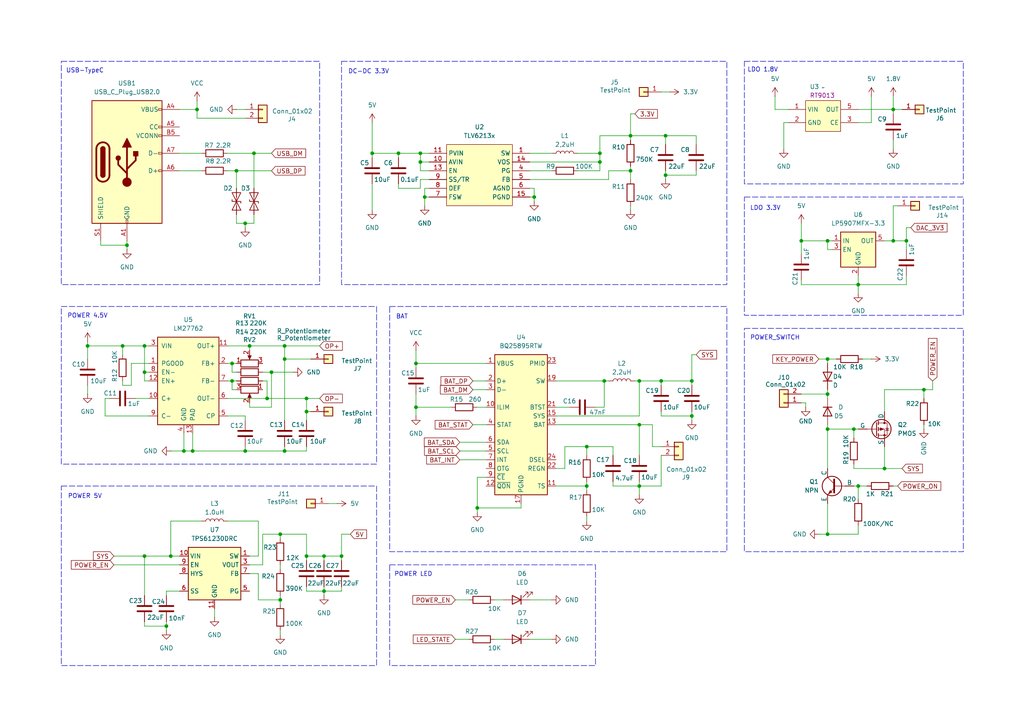
<source format=kicad_sch>
(kicad_sch (version 20250114) (generator "eeschema") (generator_version "9.0")
  (paper "A4")
  (rectangle (start 215.9 17.78) (end 279.4 53.34) (stroke (width 0) (type dash)))
  (rectangle (start 113.03 163.83) (end 172.72 193.04) (stroke (width 0) (type dash)))
  (rectangle (start 215.9 95.25) (end 279.4 160.02) (stroke (width 0) (type dash)))
  (rectangle (start 215.9 57.15) (end 279.4 91.44) (stroke (width 0) (type dash)))
  (rectangle (start 17.78 88.9) (end 109.22 134.62) (stroke (width 0) (type dash)))
  (rectangle (start 113.03 88.9) (end 210.82 160.02) (stroke (width 0) (type dash)))
  (rectangle (start 17.78 140.97) (end 109.22 193.04) (stroke (width 0) (type dash)))
  (rectangle (start 99.06 17.78) (end 210.82 82.55) (stroke (width 0) (type dash)))
  (rectangle (start 17.78 17.78) (end 92.71 82.55) (stroke (width 0) (type dash)))
  (text "POWER LED" (at 119.888 166.624 0) (effects (font (size 1.27 1.27))))
  (text "BAT" (at 116.586 91.948 0) (effects (font (size 1.27 1.27))))
  (text "LDO 3.3V" (at 221.996 60.452 0) (effects (font (size 1.27 1.27))))
  (text "POWER_SWITCH" (at 224.79 98.044 0) (effects (font (size 1.27 1.27))))
  (text "LDO 1.8V" (at 221.234 20.32 0) (effects (font (size 1.27 1.27))))
  (text "DC-DC 3.3V" (at 106.934 20.828 0) (effects (font (size 1.27 1.27))))
  (text "POWER 4.5V" (at 25.4 91.694 0) (effects (font (size 1.27 1.27))))
  (text "USB-TypeC" (at 24.638 20.574 0) (effects (font (size 1.27 1.27))))
  (text "POWER 5V" (at 24.638 144.018 0) (effects (font (size 1.27 1.27))))
  (junction (at 154.94 57.15))
  (junction (at 185.42 123.19))
  (junction (at 247.65 124.46))
  (junction (at 170.18 140.97))
  (junction (at 259.08 31.75))
  (junction (at 248.92 140.97))
  (junction (at 88.9 161.29))
  (junction (at 78.74 107.95))
  (junction (at 71.12 64.77))
  (junction (at 182.88 49.53))
  (junction (at 88.9 115.57))
  (junction (at 173.99 44.45))
  (junction (at 55.88 130.81))
  (junction (at 240.03 104.14))
  (junction (at 115.57 44.45))
  (junction (at 67.31 105.41))
  (junction (at 262.89 69.85))
  (junction (at 81.28 173.99))
  (junction (at 173.99 46.99))
  (junction (at 93.98 161.29))
  (junction (at 259.08 69.85))
  (junction (at 193.04 50.8))
  (junction (at 107.95 44.45))
  (junction (at 68.58 49.53))
  (junction (at 232.41 69.85))
  (junction (at 240.03 114.3))
  (junction (at 175.26 110.49))
  (junction (at 120.65 118.11))
  (junction (at 36.83 71.12))
  (junction (at 93.98 171.45))
  (junction (at 48.26 181.61))
  (junction (at 82.55 130.81))
  (junction (at 121.92 44.45))
  (junction (at 77.47 115.57))
  (junction (at 25.4 100.33))
  (junction (at 99.06 161.29))
  (junction (at 248.92 82.55))
  (junction (at 35.56 100.33))
  (junction (at 82.55 104.14))
  (junction (at 53.34 130.81))
  (junction (at 41.91 100.33))
  (junction (at 185.42 140.97))
  (junction (at 123.19 57.15))
  (junction (at 240.03 154.94))
  (junction (at 49.53 161.29))
  (junction (at 240.03 124.46))
  (junction (at 73.66 44.45))
  (junction (at 41.91 107.95))
  (junction (at 67.31 110.49))
  (junction (at 193.04 39.37))
  (junction (at 200.66 120.65))
  (junction (at 256.54 135.89))
  (junction (at 200.66 110.49))
  (junction (at 81.28 154.94))
  (junction (at 120.65 105.41))
  (junction (at 267.97 113.03))
  (junction (at 41.91 161.29))
  (junction (at 82.55 100.33))
  (junction (at 57.15 31.75))
  (junction (at 72.39 100.33))
  (junction (at 182.88 39.37))
  (junction (at 240.03 69.85))
  (junction (at 88.9 119.38))
  (junction (at 170.18 129.54))
  (junction (at 138.43 147.32))
  (junction (at 191.77 110.49))
  (junction (at 185.42 110.49))
  (junction (at 121.92 46.99))
  (junction (at 71.12 130.81))
  (wire (pts (xy 43.18 100.33) (xy 41.91 100.33)))
  (wire (pts (xy 185.42 123.19) (xy 161.29 123.19)))
  (wire (pts (xy 177.8 139.7) (xy 177.8 140.97)))
  (wire (pts (xy 256.54 129.54) (xy 256.54 135.89)))
  (wire (pts (xy 240.03 69.85) (xy 232.41 69.85)))
  (wire (pts (xy 232.41 114.3) (xy 240.03 114.3)))
  (wire (pts (xy 115.57 44.45) (xy 121.92 44.45)))
  (wire (pts (xy 58.42 151.13) (xy 49.53 151.13)))
  (wire (pts (xy 201.93 49.53) (xy 201.93 50.8)))
  (wire (pts (xy 66.04 110.49) (xy 67.31 110.49)))
  (wire (pts (xy 93.98 161.29) (xy 88.9 161.29)))
  (wire (pts (xy 228.6 35.56) (xy 227.33 35.56)))
  (wire (pts (xy 170.18 129.54) (xy 177.8 129.54)))
  (wire (pts (xy 191.77 140.97) (xy 191.77 132.08)))
  (wire (pts (xy 115.57 44.45) (xy 115.57 45.72)))
  (wire (pts (xy 67.31 107.95) (xy 68.58 107.95)))
  (wire (pts (xy 88.9 119.38) (xy 88.9 121.92)))
  (wire (pts (xy 177.8 129.54) (xy 177.8 132.08)))
  (wire (pts (xy 262.89 69.85) (xy 262.89 72.39)))
  (wire (pts (xy 41.91 100.33) (xy 35.56 100.33)))
  (wire (pts (xy 170.18 129.54) (xy 170.18 132.08)))
  (wire (pts (xy 200.66 119.38) (xy 200.66 120.65)))
  (wire (pts (xy 67.31 113.03) (xy 68.58 113.03)))
  (wire (pts (xy 35.56 100.33) (xy 25.4 100.33)))
  (wire (pts (xy 81.28 154.94) (xy 81.28 156.21)))
  (wire (pts (xy 82.55 130.81) (xy 71.12 130.81)))
  (wire (pts (xy 124.46 49.53) (xy 121.92 49.53)))
  (wire (pts (xy 185.42 120.65) (xy 185.42 110.49)))
  (wire (pts (xy 52.07 171.45) (xy 48.26 171.45)))
  (wire (pts (xy 161.29 110.49) (xy 175.26 110.49)))
  (wire (pts (xy 153.67 49.53) (xy 160.02 49.53)))
  (wire (pts (xy 247.65 135.89) (xy 256.54 135.89)))
  (wire (pts (xy 151.13 146.05) (xy 151.13 147.32)))
  (wire (pts (xy 267.97 123.19) (xy 267.97 124.46)))
  (wire (pts (xy 29.21 71.12) (xy 36.83 71.12)))
  (wire (pts (xy 121.92 44.45) (xy 124.46 44.45)))
  (wire (pts (xy 81.28 182.88) (xy 81.28 184.15)))
  (wire (pts (xy 240.03 72.39) (xy 240.03 69.85)))
  (wire (pts (xy 237.49 154.94) (xy 240.03 154.94)))
  (wire (pts (xy 262.89 66.04) (xy 262.89 69.85)))
  (wire (pts (xy 191.77 26.67) (xy 194.31 26.67)))
  (wire (pts (xy 189.23 123.19) (xy 189.23 129.54)))
  (wire (pts (xy 177.8 140.97) (xy 185.42 140.97)))
  (wire (pts (xy 38.1 111.76) (xy 35.56 111.76)))
  (wire (pts (xy 240.03 114.3) (xy 240.03 113.03)))
  (wire (pts (xy 41.91 161.29) (xy 49.53 161.29)))
  (wire (pts (xy 78.74 118.11) (xy 72.39 118.11)))
  (wire (pts (xy 182.88 33.02) (xy 182.88 39.37)))
  (wire (pts (xy 90.17 119.38) (xy 88.9 119.38)))
  (wire (pts (xy 36.83 71.12) (xy 36.83 72.39)))
  (wire (pts (xy 138.43 147.32) (xy 151.13 147.32)))
  (wire (pts (xy 193.04 50.8) (xy 193.04 49.53)))
  (wire (pts (xy 33.02 163.83) (xy 52.07 163.83)))
  (wire (pts (xy 120.65 118.11) (xy 120.65 120.65)))
  (wire (pts (xy 233.68 118.11) (xy 233.68 116.84)))
  (wire (pts (xy 123.19 57.15) (xy 123.19 59.69)))
  (wire (pts (xy 68.58 64.77) (xy 68.58 62.23)))
  (wire (pts (xy 240.03 146.05) (xy 240.03 154.94)))
  (wire (pts (xy 182.88 33.02) (xy 184.15 33.02)))
  (wire (pts (xy 185.42 110.49) (xy 184.15 110.49)))
  (wire (pts (xy 133.35 128.27) (xy 140.97 128.27)))
  (wire (pts (xy 256.54 113.03) (xy 256.54 119.38)))
  (wire (pts (xy 68.58 49.53) (xy 68.58 54.61)))
  (wire (pts (xy 88.9 130.81) (xy 82.55 130.81)))
  (wire (pts (xy 43.18 110.49) (xy 41.91 110.49)))
  (wire (pts (xy 68.58 49.53) (xy 78.74 49.53)))
  (wire (pts (xy 73.66 44.45) (xy 73.66 54.61)))
  (wire (pts (xy 99.06 161.29) (xy 93.98 161.29)))
  (wire (pts (xy 71.12 130.81) (xy 71.12 129.54)))
  (wire (pts (xy 248.92 154.94) (xy 248.92 152.4)))
  (wire (pts (xy 49.53 151.13) (xy 49.53 161.29)))
  (wire (pts (xy 71.12 34.29) (xy 57.15 34.29)))
  (wire (pts (xy 193.04 39.37) (xy 201.93 39.37)))
  (wire (pts (xy 81.28 172.72) (xy 81.28 173.99)))
  (wire (pts (xy 267.97 113.03) (xy 267.97 115.57)))
  (wire (pts (xy 124.46 52.07) (xy 121.92 52.07)))
  (wire (pts (xy 143.51 173.99) (xy 146.05 173.99)))
  (wire (pts (xy 93.98 171.45) (xy 99.06 171.45)))
  (wire (pts (xy 107.95 44.45) (xy 107.95 45.72)))
  (wire (pts (xy 264.16 66.04) (xy 262.89 66.04)))
  (wire (pts (xy 121.92 52.07) (xy 121.92 54.61)))
  (wire (pts (xy 120.65 105.41) (xy 140.97 105.41)))
  (wire (pts (xy 52.07 49.53) (xy 58.42 49.53)))
  (wire (pts (xy 247.65 124.46) (xy 247.65 127)))
  (wire (pts (xy 200.66 110.49) (xy 191.77 110.49)))
  (wire (pts (xy 76.2 163.83) (xy 76.2 154.94)))
  (wire (pts (xy 66.04 115.57) (xy 77.47 115.57)))
  (wire (pts (xy 67.31 110.49) (xy 68.58 110.49)))
  (wire (pts (xy 201.93 102.87) (xy 200.66 102.87)))
  (wire (pts (xy 123.19 57.15) (xy 124.46 57.15)))
  (wire (pts (xy 74.93 151.13) (xy 66.04 151.13)))
  (wire (pts (xy 30.48 115.57) (xy 31.75 115.57)))
  (wire (pts (xy 57.15 31.75) (xy 57.15 29.21)))
  (wire (pts (xy 101.6 154.94) (xy 99.06 154.94)))
  (wire (pts (xy 240.03 104.14) (xy 240.03 105.41)))
  (wire (pts (xy 232.41 64.77) (xy 232.41 69.85)))
  (wire (pts (xy 240.03 154.94) (xy 248.92 154.94)))
  (wire (pts (xy 240.03 124.46) (xy 247.65 124.46)))
  (wire (pts (xy 138.43 147.32) (xy 138.43 148.59)))
  (wire (pts (xy 88.9 161.29) (xy 88.9 154.94)))
  (wire (pts (xy 247.65 134.62) (xy 247.65 135.89)))
  (wire (pts (xy 247.65 140.97) (xy 248.92 140.97)))
  (wire (pts (xy 41.91 107.95) (xy 43.18 107.95)))
  (wire (pts (xy 140.97 138.43) (xy 138.43 138.43)))
  (wire (pts (xy 35.56 110.49) (xy 35.56 111.76)))
  (wire (pts (xy 71.12 64.77) (xy 71.12 66.04)))
  (wire (pts (xy 43.18 105.41) (xy 38.1 105.41)))
  (wire (pts (xy 233.68 116.84) (xy 232.41 116.84)))
  (wire (pts (xy 227.33 35.56) (xy 227.33 43.18)))
  (wire (pts (xy 173.99 46.99) (xy 173.99 44.45)))
  (wire (pts (xy 25.4 111.76) (xy 25.4 114.3)))
  (wire (pts (xy 259.08 140.97) (xy 260.35 140.97)))
  (wire (pts (xy 189.23 129.54) (xy 191.77 129.54)))
  (wire (pts (xy 248.92 80.01) (xy 248.92 82.55)))
  (wire (pts (xy 259.08 27.94) (xy 259.08 31.75)))
  (wire (pts (xy 182.88 39.37) (xy 173.99 39.37)))
  (wire (pts (xy 72.39 118.11) (xy 72.39 116.84)))
  (wire (pts (xy 66.04 44.45) (xy 73.66 44.45)))
  (wire (pts (xy 82.55 129.54) (xy 82.55 130.81)))
  (wire (pts (xy 66.04 49.53) (xy 68.58 49.53)))
  (wire (pts (xy 170.18 140.97) (xy 170.18 142.24)))
  (wire (pts (xy 99.06 162.56) (xy 99.06 161.29)))
  (wire (pts (xy 232.41 82.55) (xy 248.92 82.55)))
  (wire (pts (xy 259.08 40.64) (xy 259.08 43.18)))
  (wire (pts (xy 120.65 101.6) (xy 120.65 105.41)))
  (wire (pts (xy 82.55 104.14) (xy 82.55 121.92)))
  (wire (pts (xy 78.74 107.95) (xy 85.09 107.95)))
  (wire (pts (xy 240.03 123.19) (xy 240.03 124.46)))
  (wire (pts (xy 55.88 130.81) (xy 71.12 130.81)))
  (wire (pts (xy 185.42 140.97) (xy 185.42 143.51)))
  (wire (pts (xy 88.9 115.57) (xy 88.9 119.38)))
  (wire (pts (xy 153.67 185.42) (xy 160.02 185.42)))
  (wire (pts (xy 241.3 69.85) (xy 240.03 69.85)))
  (wire (pts (xy 200.66 111.76) (xy 200.66 110.49)))
  (wire (pts (xy 172.72 118.11) (xy 175.26 118.11)))
  (wire (pts (xy 154.94 57.15) (xy 154.94 58.42)))
  (wire (pts (xy 170.18 139.7) (xy 170.18 140.97)))
  (wire (pts (xy 82.55 100.33) (xy 92.71 100.33)))
  (wire (pts (xy 121.92 46.99) (xy 121.92 44.45)))
  (wire (pts (xy 73.66 64.77) (xy 71.12 64.77)))
  (wire (pts (xy 191.77 111.76) (xy 191.77 110.49)))
  (wire (pts (xy 182.88 48.26) (xy 182.88 49.53)))
  (wire (pts (xy 48.26 180.34) (xy 48.26 181.61)))
  (wire (pts (xy 53.34 125.73) (xy 53.34 130.81)))
  (wire (pts (xy 154.94 54.61) (xy 154.94 57.15)))
  (wire (pts (xy 48.26 181.61) (xy 48.26 182.88)))
  (wire (pts (xy 67.31 105.41) (xy 68.58 105.41)))
  (wire (pts (xy 124.46 46.99) (xy 121.92 46.99)))
  (wire (pts (xy 78.74 107.95) (xy 78.74 118.11)))
  (wire (pts (xy 41.91 181.61) (xy 41.91 180.34)))
  (wire (pts (xy 107.95 35.56) (xy 107.95 44.45)))
  (wire (pts (xy 132.08 173.99) (xy 135.89 173.99)))
  (wire (pts (xy 74.93 161.29) (xy 74.93 151.13)))
  (wire (pts (xy 232.41 69.85) (xy 232.41 73.66)))
  (wire (pts (xy 133.35 133.35) (xy 140.97 133.35)))
  (wire (pts (xy 52.07 44.45) (xy 58.42 44.45)))
  (wire (pts (xy 39.37 115.57) (xy 43.18 115.57)))
  (wire (pts (xy 67.31 105.41) (xy 67.31 107.95)))
  (wire (pts (xy 57.15 34.29) (xy 57.15 31.75)))
  (wire (pts (xy 120.65 114.3) (xy 120.65 118.11)))
  (wire (pts (xy 62.23 176.53) (xy 62.23 179.07)))
  (wire (pts (xy 138.43 118.11) (xy 140.97 118.11)))
  (wire (pts (xy 35.56 100.33) (xy 35.56 102.87)))
  (wire (pts (xy 237.49 104.14) (xy 240.03 104.14)))
  (wire (pts (xy 191.77 119.38) (xy 191.77 120.65)))
  (wire (pts (xy 25.4 100.33) (xy 25.4 104.14)))
  (wire (pts (xy 182.88 59.69) (xy 182.88 60.96)))
  (wire (pts (xy 132.08 185.42) (xy 135.89 185.42)))
  (wire (pts (xy 88.9 154.94) (xy 81.28 154.94)))
  (wire (pts (xy 240.03 124.46) (xy 240.03 135.89)))
  (wire (pts (xy 48.26 171.45) (xy 48.26 172.72)))
  (wire (pts (xy 72.39 161.29) (xy 74.93 161.29)))
  (wire (pts (xy 121.92 54.61) (xy 115.57 54.61)))
  (wire (pts (xy 262.89 82.55) (xy 262.89 80.01)))
  (wire (pts (xy 260.35 59.69) (xy 259.08 59.69)))
  (wire (pts (xy 36.83 69.85) (xy 36.83 71.12)))
  (wire (pts (xy 95.25 146.05) (xy 97.79 146.05)))
  (wire (pts (xy 67.31 110.49) (xy 67.31 113.03)))
  (wire (pts (xy 33.02 161.29) (xy 41.91 161.29)))
  (wire (pts (xy 175.26 110.49) (xy 176.53 110.49)))
  (wire (pts (xy 41.91 110.49) (xy 41.91 107.95)))
  (wire (pts (xy 71.12 31.75) (xy 68.58 31.75)))
  (wire (pts (xy 248.92 144.78) (xy 248.92 140.97)))
  (wire (pts (xy 55.88 130.81) (xy 53.34 130.81)))
  (wire (pts (xy 133.35 130.81) (xy 140.97 130.81)))
  (wire (pts (xy 163.83 135.89) (xy 163.83 129.54)))
  (wire (pts (xy 99.06 154.94) (xy 99.06 161.29)))
  (wire (pts (xy 123.19 54.61) (xy 123.19 57.15)))
  (wire (pts (xy 185.42 123.19) (xy 185.42 132.08)))
  (wire (pts (xy 77.47 115.57) (xy 88.9 115.57)))
  (wire (pts (xy 49.53 161.29) (xy 52.07 161.29)))
  (wire (pts (xy 72.39 163.83) (xy 76.2 163.83)))
  (wire (pts (xy 248.92 31.75) (xy 259.08 31.75)))
  (wire (pts (xy 153.67 173.99) (xy 160.02 173.99)))
  (wire (pts (xy 82.55 100.33) (xy 82.55 104.14)))
  (wire (pts (xy 137.16 113.03) (xy 140.97 113.03)))
  (wire (pts (xy 88.9 171.45) (xy 93.98 171.45)))
  (wire (pts (xy 270.51 110.49) (xy 270.51 113.03)))
  (wire (pts (xy 43.18 120.65) (xy 30.48 120.65)))
  (wire (pts (xy 182.88 39.37) (xy 193.04 39.37)))
  (wire (pts (xy 247.65 124.46) (xy 248.92 124.46)))
  (wire (pts (xy 170.18 149.86) (xy 170.18 151.13)))
  (wire (pts (xy 48.26 181.61) (xy 41.91 181.61)))
  (wire (pts (xy 189.23 123.19) (xy 185.42 123.19)))
  (wire (pts (xy 99.06 170.18) (xy 99.06 171.45)))
  (wire (pts (xy 88.9 161.29) (xy 88.9 162.56)))
  (wire (pts (xy 120.65 118.11) (xy 130.81 118.11)))
  (wire (pts (xy 232.41 81.28) (xy 232.41 82.55)))
  (wire (pts (xy 201.93 39.37) (xy 201.93 41.91)))
  (wire (pts (xy 252.73 27.94) (xy 252.73 35.56)))
  (wire (pts (xy 115.57 54.61) (xy 115.57 53.34)))
  (wire (pts (xy 74.93 173.99) (xy 81.28 173.99)))
  (wire (pts (xy 66.04 105.41) (xy 67.31 105.41)))
  (wire (pts (xy 201.93 50.8) (xy 193.04 50.8)))
  (wire (pts (xy 38.1 105.41) (xy 38.1 111.76)))
  (wire (pts (xy 49.53 130.81) (xy 53.34 130.81)))
  (wire (pts (xy 182.88 49.53) (xy 182.88 52.07)))
  (wire (pts (xy 93.98 170.18) (xy 93.98 171.45)))
  (wire (pts (xy 71.12 120.65) (xy 66.04 120.65)))
  (wire (pts (xy 163.83 129.54) (xy 170.18 129.54)))
  (wire (pts (xy 248.92 140.97) (xy 251.46 140.97)))
  (wire (pts (xy 107.95 44.45) (xy 115.57 44.45)))
  (wire (pts (xy 72.39 100.33) (xy 82.55 100.33)))
  (wire (pts (xy 120.65 105.41) (xy 120.65 106.68)))
  (wire (pts (xy 138.43 138.43) (xy 138.43 147.32)))
  (wire (pts (xy 81.28 163.83) (xy 81.28 165.1)))
  (wire (pts (xy 161.29 140.97) (xy 170.18 140.97)))
  (wire (pts (xy 228.6 31.75) (xy 224.79 31.75)))
  (wire (pts (xy 88.9 129.54) (xy 88.9 130.81)))
  (wire (pts (xy 256.54 69.85) (xy 259.08 69.85)))
  (wire (pts (xy 76.2 154.94) (xy 81.28 154.94)))
  (wire (pts (xy 200.66 102.87) (xy 200.66 110.49)))
  (wire (pts (xy 73.66 62.23) (xy 73.66 64.77)))
  (wire (pts (xy 176.53 52.07) (xy 176.53 49.53)))
  (wire (pts (xy 121.92 49.53) (xy 121.92 46.99)))
  (wire (pts (xy 224.79 27.94) (xy 224.79 31.75)))
  (wire (pts (xy 250.19 104.14) (xy 252.73 104.14)))
  (wire (pts (xy 66.04 100.33) (xy 72.39 100.33)))
  (wire (pts (xy 137.16 110.49) (xy 140.97 110.49)))
  (wire (pts (xy 143.51 185.42) (xy 146.05 185.42)))
  (wire (pts (xy 182.88 40.64) (xy 182.88 39.37)))
  (wire (pts (xy 175.26 118.11) (xy 175.26 110.49)))
  (wire (pts (xy 74.93 166.37) (xy 74.93 173.99)))
  (wire (pts (xy 72.39 166.37) (xy 74.93 166.37)))
  (wire (pts (xy 93.98 171.45) (xy 93.98 172.72)))
  (wire (pts (xy 29.21 69.85) (xy 29.21 71.12)))
  (wire (pts (xy 256.54 135.89) (xy 261.62 135.89)))
  (wire (pts (xy 163.83 135.89) (xy 161.29 135.89)))
  (wire (pts (xy 185.42 139.7) (xy 185.42 140.97)))
  (wire (pts (xy 154.94 57.15) (xy 153.67 57.15)))
  (wire (pts (xy 176.53 49.53) (xy 182.88 49.53)))
  (wire (pts (xy 71.12 121.92) (xy 71.12 120.65)))
  (wire (pts (xy 241.3 72.39) (xy 240.03 72.39)))
  (wire (pts (xy 30.48 120.65) (xy 30.48 115.57)))
  (wire (pts (xy 173.99 49.53) (xy 173.99 46.99)))
  (wire (pts (xy 41.91 100.33) (xy 41.91 107.95)))
  (wire (pts (xy 93.98 161.29) (xy 93.98 162.56)))
  (wire (pts (xy 200.66 120.65) (xy 200.66 121.92)))
  (wire (pts (xy 25.4 99.06) (xy 25.4 100.33)))
  (wire (pts (xy 167.64 44.45) (xy 173.99 44.45)))
  (wire (pts (xy 71.12 64.77) (xy 68.58 64.77)))
  (wire (pts (xy 259.08 59.69) (xy 259.08 69.85)))
  (wire (pts (xy 137.16 123.19) (xy 140.97 123.19)))
  (wire (pts (xy 191.77 110.49) (xy 185.42 110.49)))
  (wire (pts (xy 161.29 120.65) (xy 185.42 120.65)))
  (wire (pts (xy 173.99 39.37) (xy 173.99 44.45)))
  (wire (pts (xy 73.66 44.45) (xy 78.74 44.45)))
  (wire (pts (xy 81.28 173.99) (xy 81.28 175.26)))
  (wire (pts (xy 248.92 82.55) (xy 262.89 82.55)))
  (wire (pts (xy 88.9 170.18) (xy 88.9 171.45)))
  (wire (pts (xy 107.95 53.34) (xy 107.95 60.96)))
  (wire (pts (xy 153.67 44.45) (xy 160.02 44.45)))
  (wire (pts (xy 161.29 118.11) (xy 165.1 118.11)))
  (wire (pts (xy 41.91 172.72) (xy 41.91 161.29)))
  (wire (pts (xy 77.47 110.49) (xy 77.47 115.57)))
  (wire (pts (xy 193.04 39.37) (xy 193.04 41.91)))
  (wire (pts (xy 153.67 54.61) (xy 154.94 54.61)))
  (wire (pts (xy 185.42 140.97) (xy 191.77 140.97)))
  (wire (pts (xy 193.04 50.8) (xy 193.04 52.07)))
  (wire (pts (xy 72.39 100.33) (xy 72.39 101.6)))
  (wire (pts (xy 240.03 114.3) (xy 240.03 115.57)))
  (wire (pts (xy 259.08 31.75) (xy 259.08 33.02)))
  (wire (pts (xy 153.67 46.99) (xy 173.99 46.99)))
  (wire (pts (xy 248.92 35.56) (xy 252.73 35.56)))
  (wire (pts (xy 270.51 113.03) (xy 267.97 113.03)))
  (wire (pts (xy 55.88 125.73) (xy 55.88 130.81)))
  (wire (pts (xy 124.46 54.61) (xy 123.19 54.61)))
  (wire (pts (xy 200.66 120.65) (xy 191.77 120.65)))
  (wire (pts (xy 267.97 113.03) (xy 256.54 113.03)))
  (wire (pts (xy 240.03 104.14) (xy 242.57 104.14)))
  (wire (pts (xy 76.2 110.49) (xy 77.47 110.49)))
  (wire (pts (xy 82.55 104.14) (xy 90.17 104.14)))
  (wire (pts (xy 153.67 52.07) (xy 176.53 52.07)))
  (wire (pts (xy 78.74 107.95) (xy 76.2 107.95)))
  (wire (pts (xy 248.92 82.55) (xy 248.92 85.09)))
  (wire (pts (xy 52.07 31.75) (xy 57.15 31.75)))
  (wire (pts (xy 88.9 115.57) (xy 92.71 115.57)))
  (wire (pts (xy 259.08 69.85) (xy 262.89 69.85)))
  (wire (pts (xy 167.64 49.53) (xy 173.99 49.53)))
  (wire (pts (xy 259.08 31.75) (xy 261.62 31.75)))
  (global_label "BAT_SCL" (shape input) (at 133.35 130.81 180) (property "Intersheetrefs" "${INTERSHEET_REFS}" (effects (hide yes))))
  (global_label "SYS" (shape input) (at 201.93 102.87 0) (property "Intersheetrefs" "${INTERSHEET_REFS}" (effects (hide yes))))
  (global_label "BAT_DM" (shape input) (at 137.16 113.03 180) (property "Intersheetrefs" "${INTERSHEET_REFS}" (effects (hide yes))))
  (global_label "BAT_INT" (shape input) (at 133.35 133.35 180) (property "Intersheetrefs" "${INTERSHEET_REFS}" (effects (hide yes))))
  (global_label "3.3V" (shape input) (at 184.15 33.02 0) (property "Intersheetrefs" "${INTERSHEET_REFS}" (effects (hide yes))))
  (global_label "LED_STATE" (shape input) (at 132.08 185.42 180) (property "Intersheetrefs" "${INTERSHEET_REFS}" (effects (hide yes))))
  (global_label "OP-" (shape input) (at 92.71 115.57 0) (property "Intersheetrefs" "${INTERSHEET_REFS}" (effects (hide yes))))
  (global_label "KEY_POWER" (shape input) (at 237.49 104.14 180) (property "Intersheetrefs" "${INTERSHEET_REFS}" (effects (hide yes))))
  (global_label "BAT_SDA" (shape input) (at 133.35 128.27 180) (property "Intersheetrefs" "${INTERSHEET_REFS}" (effects (hide yes))))
  (global_label "USB_DP" (shape input) (at 78.74 49.53 0) (property "Intersheetrefs" "${INTERSHEET_REFS}" (effects (hide yes))))
  (global_label "POWER_EN" (shape input) (at 270.51 110.49 90) (property "Intersheetrefs" "${INTERSHEET_REFS}" (effects (hide yes))))
  (global_label "BAT_STAT" (shape input) (at 137.16 123.19 180) (property "Intersheetrefs" "${INTERSHEET_REFS}" (effects (hide yes))))
  (global_label "OP+" (shape input) (at 92.71 100.33 0) (property "Intersheetrefs" "${INTERSHEET_REFS}" (effects (hide yes))))
  (global_label "5V" (shape input) (at 101.6 154.94 0) (property "Intersheetrefs" "${INTERSHEET_REFS}" (effects (hide yes))))
  (global_label "SYS" (shape input) (at 261.62 135.89 0) (property "Intersheetrefs" "${INTERSHEET_REFS}" (effects (hide yes))))
  (global_label "POWER_EN" (shape input) (at 33.02 163.83 180) (property "Intersheetrefs" "${INTERSHEET_REFS}" (effects (hide yes))))
  (global_label "BAT_DP" (shape input) (at 137.16 110.49 180) (property "Intersheetrefs" "${INTERSHEET_REFS}" (effects (hide yes))))
  (global_label "POWER_EN" (shape input) (at 132.08 173.99 180) (property "Intersheetrefs" "${INTERSHEET_REFS}" (effects (hide yes))))
  (global_label "SYS" (shape input) (at 33.02 161.29 180) (property "Intersheetrefs" "${INTERSHEET_REFS}" (effects (hide yes))))
  (global_label "POWER_ON" (shape input) (at 260.35 140.97 0) (property "Intersheetrefs" "${INTERSHEET_REFS}" (effects (hide yes))))
  (global_label "USB_DM" (shape input) (at 78.74 44.45 0) (property "Intersheetrefs" "${INTERSHEET_REFS}" (effects (hide yes))))
  (global_label "DAC_3V3" (shape input) (at 264.16 66.04 0) (property "Intersheetrefs" "${INTERSHEET_REFS}" (effects (hide yes))))
  (symbol (lib_id "Device:R") (at 62.23 49.53 270) (unit 1)
    (property "Reference" "R8" (at 62.23 46.736 90) (effects (justify right)))
    (property "Value" "2.2R" (at 67.056 46.736 90) (effects (justify right)))
    (property "Footprint" "Capacitor_SMD:C_0402_1005Metric_Pad0.74x0.62mm_HandSolder" (effects (hide yes)))
    (property "Description" "Resistor" (effects (hide yes)))
  )
  (symbol (lib_id "power:VCC") (at 224.79 27.94 0) (unit 1)
    (property "Reference" "#PWR037" (effects (hide yes)))
    (property "Value" "5V" (at 224.79 22.86 0))
    (property "Description" "Power symbol creates a global label with name \"VCC\"" (effects (hide yes)))
  )
  (symbol (lib_id "power:GND") (at 182.88 60.96 0) (unit 1)
    (property "Reference" "#PWR032" (effects (hide yes)))
    (property "Value" "GND" (at 182.88 66.04 0))
    (property "Description" "Power symbol creates a global label with name \"GND\" , ground" (effects (hide yes)))
  )
  (symbol (lib_id "Device:R") (at 255.27 140.97 270) (unit 1)
    (property "Reference" "R21" (at 257.302 143.256 90))
    (property "Value" "1K" (at 252.476 143.256 90))
    (property "Footprint" "Resistor_SMD:R_0402_1005Metric_Pad0.72x0.64mm_HandSolder" (effects (hide yes)))
    (property "Description" "Resistor" (effects (hide yes)))
  )
  (symbol (lib_id "Device:C") (at 259.08 36.83 0) (unit 1)
    (property "Reference" "C9" (at 254.508 34.544 0) (effects (justify left)))
    (property "Value" "1uF" (at 259.842 39.37 0) (effects (justify left)))
    (property "Footprint" "Capacitor_SMD:C_0402_1005Metric_Pad0.74x0.62mm_HandSolder" (effects (hide yes)))
    (property "Description" "Unpolarized capacitor" (effects (hide yes)))
  )
  (symbol (lib_id "Diode:ESD9B5.0ST5G") (at 73.66 58.42 90) (unit 1)
    (property "Reference" "D3" (at 69.85 54.61 90) (effects (justify right)))
    (property "Value" "ESD9B5.0ST5G" (effects (hide yes)))
    (property "Footprint" "Diode_SMD:D_SOD-523" (effects (hide yes)))
    (property "Datasheet" "https://www.onsemi.com/pub/Collateral/ESD9B-D.PDF" (effects (hide yes)))
    (property "Description" "ESD protection diode, 5.0Vrwm, SOD-923" (effects (hide yes)))
  )
  (symbol (lib_id "power:GND") (at 81.28 184.15 0) (unit 1)
    (property "Reference" "#PWR018" (effects (hide yes)))
    (property "Value" "GND" (at 81.28 189.23 0))
    (property "Description" "Power symbol creates a global label with name \"GND\" , ground" (effects (hide yes)))
  )
  (symbol (lib_id "Device:R") (at 62.23 44.45 270) (unit 1)
    (property "Reference" "R7" (at 61.976 42.164 90) (effects (justify right)))
    (property "Value" "2.2R" (at 67.056 42.164 90) (effects (justify right)))
    (property "Footprint" "Capacitor_SMD:C_0402_1005Metric_Pad0.74x0.62mm_HandSolder" (effects (hide yes)))
    (property "Description" "Resistor" (effects (hide yes)))
  )
  (symbol (lib_id "Device:R") (at 72.39 110.49 270) (unit 1)
    (property "Reference" "R14" (at 72.136 96.266 90) (effects (justify right)))
    (property "Value" "220K" (at 77.47 96.266 90) (effects (justify right)))
    (property "Footprint" "Capacitor_SMD:C_0402_1005Metric_Pad0.74x0.62mm_HandSolder" (effects (hide yes)))
    (property "Description" "Resistor" (effects (hide yes)))
  )
  (symbol (lib_id "Device:LED") (at 149.86 185.42 180) (unit 1)
    (property "Reference" "D7" (at 151.4475 177.8 0))
    (property "Value" "LED" (at 151.4475 180.34 0))
    (property "Footprint" "Diode_SMD:D_0402_1005Metric_Pad0.77x0.64mm_HandSolder" (effects (hide yes)))
    (property "Description" "Light emitting diode" (effects (hide yes)))
    (property "Sim.Pins" "1=K 2=A" (effects (hide yes)))
  )
  (symbol (lib_id "power:GND") (at 93.98 172.72 0) (unit 1)
    (property "Reference" "#PWR020" (effects (hide yes)))
    (property "Value" "GND" (at 93.98 177.8 0))
    (property "Description" "Power symbol creates a global label with name \"GND\" , ground" (effects (hide yes)))
  )
  (symbol (lib_id "power:GND") (at 259.08 43.18 0) (unit 1)
    (property "Reference" "#PWR046" (effects (hide yes)))
    (property "Value" "GND" (at 259.08 48.26 0))
    (property "Description" "Power symbol creates a global label with name \"GND\" , ground" (effects (hide yes)))
  )
  (symbol (lib_id "Device:R") (at 81.28 160.02 0) (unit 1)
    (property "Reference" "R23" (at 80.264 158.75 0) (effects (justify right)))
    (property "Value" "12K" (at 86.868 161.798 0) (effects (justify right)))
    (property "Footprint" "Capacitor_SMD:C_0402_1005Metric_Pad0.74x0.62mm_HandSolder" (effects (hide yes)))
    (property "Description" "Resistor" (effects (hide yes)))
  )
  (symbol (lib_id "Device:C") (at 168.91 118.11 90) (unit 1)
    (property "Reference" "C16" (at 167.132 116.332 90) (effects (justify left)))
    (property "Value" "47nF" (at 175.768 119.634 90) (effects (justify left)))
    (property "Footprint" "Capacitor_SMD:C_0402_1005Metric_Pad0.74x0.62mm_HandSolder" (effects (hide yes)))
    (property "Description" "Unpolarized capacitor" (effects (hide yes)))
  )
  (symbol (lib_id "Device:R") (at 134.62 118.11 270) (unit 1)
    (property "Reference" "R15" (at 134.366 115.824 90) (effects (justify right)))
    (property "Value" "260" (at 139.7 115.824 90) (effects (justify right)))
    (property "Footprint" "Capacitor_SMD:C_0402_1005Metric_Pad0.74x0.62mm_HandSolder" (effects (hide yes)))
    (property "Description" "Resistor" (effects (hide yes)))
  )
  (symbol (lib_id "power:VCC") (at 232.41 64.77 0) (unit 1)
    (property "Reference" "#PWR039" (effects (hide yes)))
    (property "Value" "5V" (at 232.41 59.69 0))
    (property "Description" "Power symbol creates a global label with name \"VCC\"" (effects (hide yes)))
  )
  (symbol (lib_id "Device:C") (at 88.9 166.37 0) (unit 1)
    (property "Reference" "C25" (at 84.328 164.084 0) (effects (justify left)))
    (property "Value" "22uF" (at 89.154 169.164 0) (effects (justify left)))
    (property "Footprint" "Capacitor_SMD:C_0603_1608Metric_Pad1.08x0.95mm_HandSolder" (effects (hide yes)))
    (property "Description" "Unpolarized capacitor" (effects (hide yes)))
  )
  (symbol (lib_id "Connector_Generic:Conn_01x01") (at 95.25 104.14 0) (unit 1)
    (property "Reference" "J7" (at 104.902 106.934 0) (effects (justify right)))
    (property "Value" "TestPoint" (at 107.95 104.648 0) (effects (justify right)))
    (property "Footprint" "TestPoint:TestPoint_Pad_D1.0mm" (effects (hide yes)))
    (property "Description" "Generic connector, single row, 01x01, script generated (kicad-library-utils/schlib/autogen/connector/)" (effects (hide yes)))
  )
  (symbol (lib_id "Device:C") (at 120.65 110.49 0) (unit 1)
    (property "Reference" "C15" (at 116.332 108.204 0) (effects (justify left)))
    (property "Value" "1uF" (at 121.158 113.03 0) (effects (justify left)))
    (property "Footprint" "Capacitor_SMD:C_0402_1005Metric_Pad0.74x0.62mm_HandSolder" (effects (hide yes)))
    (property "Description" "Unpolarized capacitor" (effects (hide yes)))
  )
  (symbol (lib_id "Device:C") (at 201.93 45.72 0) (unit 1)
    (property "Reference" "C8" (at 197.358 43.434 0) (effects (justify left)))
    (property "Value" "22uF" (at 202.692 48.26 0) (effects (justify left)))
    (property "Footprint" "Capacitor_SMD:C_0603_1608Metric_Pad1.08x0.95mm_HandSolder" (effects (hide yes)))
    (property "Description" "Unpolarized capacitor" (effects (hide yes)))
  )
  (symbol (lib_id "power:GND") (at 160.02 185.42 90) (unit 1)
    (property "Reference" "#PWR030" (effects (hide yes)))
    (property "Value" "GND" (at 163.83 185.4199 90) (effects (justify right)))
    (property "Description" "Power symbol creates a global label with name \"GND\" , ground" (effects (hide yes)))
  )
  (symbol (lib_id "power:GND") (at 71.12 66.04 0) (unit 1)
    (property "Reference" "#PWR017" (effects (hide yes)))
    (property "Value" "GND" (at 71.12 71.12 0))
    (property "Description" "Power symbol creates a global label with name \"GND\" , ground" (effects (hide yes)))
  )
  (symbol (lib_id "coloryr:TLV62130x") (at 129.54 41.91 0) (unit 1)
    (property "Reference" "U2" (at 139.065 36.83 0))
    (property "Value" "TLV6213x" (at 139.065 39.37 0))
    (property "Footprint" "Package_DFN_QFN:VQFN-16-1EP_3x3mm_P0.5mm_EP1.68x1.68mm_ThermalVias" (effects (hide yes)))
  )
  (symbol (lib_id "power:VCC") (at 97.79 146.05 270) (unit 1)
    (property "Reference" "#PWR021" (effects (hide yes)))
    (property "Value" "5V" (at 101.6 146.0499 90) (effects (justify left)))
    (property "Description" "Power symbol creates a global label with name \"VCC\"" (effects (hide yes)))
  )
  (symbol (lib_id "power:VCC") (at 252.73 104.14 270) (unit 1)
    (property "Reference" "#PWR043" (effects (hide yes)))
    (property "Value" "3.3V" (at 256.54 104.1399 90) (effects (justify left)))
    (property "Description" "Power symbol creates a global label with name \"VCC\"" (effects (hide yes)))
  )
  (symbol (lib_id "power:GND") (at 185.42 143.51 0) (unit 1)
    (property "Reference" "#PWR033" (effects (hide yes)))
    (property "Value" "GND" (at 185.42 148.59 0))
    (property "Description" "Power symbol creates a global label with name \"GND\" , ground" (effects (hide yes)))
  )
  (symbol (lib_id "power:GND") (at 48.26 182.88 0) (unit 1)
    (property "Reference" "#PWR012" (effects (hide yes)))
    (property "Value" "GND" (at 48.26 187.96 0))
    (property "Description" "Power symbol creates a global label with name \"GND\" , ground" (effects (hide yes)))
  )
  (symbol (lib_id "Diode:ESD9B5.0ST5G") (at 68.58 58.42 90) (unit 1)
    (property "Reference" "D2" (at 64.77 54.61 90) (effects (justify right)))
    (property "Value" "ESD9B5.0ST5G" (effects (hide yes)))
    (property "Footprint" "Diode_SMD:D_SOD-523" (effects (hide yes)))
    (property "Datasheet" "https://www.onsemi.com/pub/Collateral/ESD9B-D.PDF" (effects (hide yes)))
    (property "Description" "ESD protection diode, 5.0Vrwm, SOD-923" (effects (hide yes)))
  )
  (symbol (lib_id "Device:R") (at 139.7 185.42 90) (unit 1)
    (property "Reference" "R27" (at 134.874 183.134 90) (effects (justify right)))
    (property "Value" "10K" (at 141.478 187.96 90) (effects (justify right)))
    (property "Footprint" "Capacitor_SMD:C_0402_1005Metric_Pad0.74x0.62mm_HandSolder" (effects (hide yes)))
    (property "Description" "Resistor" (effects (hide yes)))
  )
  (symbol (lib_id "Device:R") (at 246.38 104.14 270) (unit 1)
    (property "Reference" "R18" (at 248.412 106.426 90))
    (property "Value" "10K" (at 243.586 106.426 90))
    (property "Footprint" "Resistor_SMD:R_0402_1005Metric_Pad0.72x0.64mm_HandSolder" (effects (hide yes)))
    (property "Description" "Resistor" (effects (hide yes)))
  )
  (symbol (lib_id "Connector:USB_C_Plug_USB2.0") (at 36.83 46.99 0) (unit 1)
    (property "Reference" "USB1" (at 36.83 24.13 0))
    (property "Value" "USB_C_Plug_USB2.0" (at 36.83 26.67 0))
    (property "Footprint" "Connector_USB:USB_C_Receptacle_GCT_USB4105-xx-A_16P_TopMnt_Horizontal" (effects (hide yes)))
    (property "Datasheet" "https://www.usb.org/sites/default/files/documents/usb_type-c.zip" (effects (hide yes)))
    (property "Description" "USB 2.0-only Type-C Plug connector" (effects (hide yes)))
  )
  (symbol (lib_id "power:VCC") (at 120.65 101.6 0) (unit 1)
    (property "Reference" "#PWR024" (effects (hide yes)))
    (property "Value" "VCC" (at 120.65 96.52 0))
    (property "Description" "Power symbol creates a global label with name \"VCC\"" (effects (hide yes)))
  )
  (symbol (lib_id "coloryr:RT9013") (at 233.68 29.21 0) (unit 1)
    (property "Reference" "U3" (at 236.22 25.146 0))
    (property "Value" "~" (at 238.76 25.4 0))
    (property "Footprint" "Package_TO_SOT_SMD:SOT-23-5_HandSoldering" (effects (hide yes)))
    (property "Description" "RT9013" (at 238.506 27.686 0))
  )
  (symbol (lib_id "Device:R") (at 170.18 135.89 0) (unit 1)
    (property "Reference" "R16" (at 168.656 134.112 0) (effects (justify right)))
    (property "Value" "10K" (at 175.514 137.668 0) (effects (justify right)))
    (property "Footprint" "Capacitor_SMD:C_0402_1005Metric_Pad0.74x0.62mm_HandSolder" (effects (hide yes)))
    (property "Description" "Resistor" (effects (hide yes)))
  )
  (symbol (lib_id "Device:C") (at 41.91 176.53 0) (unit 1)
    (property "Reference" "C23" (at 37.338 174.244 0) (effects (justify left)))
    (property "Value" "22uF" (at 42.672 179.07 0) (effects (justify left)))
    (property "Footprint" "Capacitor_SMD:C_0402_1005Metric_Pad0.74x0.62mm_HandSolder" (effects (hide yes)))
    (property "Description" "Unpolarized capacitor" (effects (hide yes)))
  )
  (symbol (lib_id "Device:C") (at 93.98 166.37 0) (unit 1)
    (property "Reference" "C26" (at 89.408 164.084 0) (effects (justify left)))
    (property "Value" "22uF" (at 94.234 169.164 0) (effects (justify left)))
    (property "Footprint" "Capacitor_SMD:C_0603_1608Metric_Pad1.08x0.95mm_HandSolder" (effects (hide yes)))
    (property "Description" "Unpolarized capacitor" (effects (hide yes)))
  )
  (symbol (lib_id "power:GND") (at 123.19 59.69 0) (unit 1)
    (property "Reference" "#PWR026" (effects (hide yes)))
    (property "Value" "GND" (at 123.19 64.77 0))
    (property "Description" "Power symbol creates a global label with name \"GND\" , ground" (effects (hide yes)))
  )
  (symbol (lib_id "Device:R") (at 81.28 168.91 0) (unit 1)
    (property "Reference" "R24" (at 79.756 167.132 0) (effects (justify right)))
    (property "Value" "390K" (at 87.884 170.688 0) (effects (justify right)))
    (property "Footprint" "Capacitor_SMD:C_0402_1005Metric_Pad0.74x0.62mm_HandSolder" (effects (hide yes)))
    (property "Description" "Resistor" (effects (hide yes)))
  )
  (symbol (lib_id "Device:C") (at 48.26 176.53 180) (unit 1)
    (property "Reference" "C24" (at 45.974 174.498 0))
    (property "Value" "10nF" (at 51.308 179.324 0))
    (property "Footprint" "Capacitor_SMD:C_0402_1005Metric_Pad0.74x0.62mm_HandSolder" (effects (hide yes)))
    (property "Description" "Unpolarized capacitor" (effects (hide yes)))
  )
  (symbol (lib_id "Device:R") (at 163.83 49.53 270) (unit 1)
    (property "Reference" "R9" (at 161.036 48.26 90) (effects (justify right)))
    (property "Value" "100K" (at 171.958 48.26 90) (effects (justify right)))
    (property "Footprint" "Capacitor_SMD:C_0402_1005Metric_Pad0.74x0.62mm_HandSolder" (effects (hide yes)))
    (property "Description" "Resistor" (effects (hide yes)))
  )
  (symbol (lib_id "Device:L") (at 180.34 110.49 90) (unit 1)
    (property "Reference" "L2" (at 180.34 105.41 90))
    (property "Value" "2,2uH" (at 180.34 107.95 90))
    (property "Footprint" "Inductor_SMD:L_1008_2520Metric_Pad1.43x2.20mm_HandSolder" (effects (hide yes)))
    (property "Description" "Inductor" (effects (hide yes)))
  )
  (symbol (lib_id "power:VCC") (at 57.15 29.21 0) (unit 1)
    (property "Reference" "#PWR014" (effects (hide yes)))
    (property "Value" "VCC" (at 57.15 24.13 0))
    (property "Description" "Power symbol creates a global label with name \"VCC\"" (effects (hide yes)))
  )
  (symbol (lib_id "Regulator_Switching:TPS61230DRC") (at 62.23 166.37 0) (unit 1)
    (property "Reference" "U7" (at 62.23 153.67 0))
    (property "Value" "TPS61230DRC" (at 62.23 156.21 0))
    (property "Footprint" "Package_SON:Texas_S-PVSON-N10_ThermalVias" (effects (hide yes)))
    (property "Datasheet" "http://www.ti.com/lit/ds/symlink/tps61232.pdf" (effects (hide yes)))
    (property "Description" "High Efficiency Synchronous Step Up Converters with 5-A Switches, 2.3-5.5V Input Voltage, VSON-10" (effects (hide yes)))
  )
  (symbol (lib_id "power:GND") (at 107.95 60.96 0) (unit 1)
    (property "Reference" "#PWR023" (effects (hide yes)))
    (property "Value" "GND" (at 107.95 66.04 0))
    (property "Description" "Power symbol creates a global label with name \"GND\" , ground" (effects (hide yes)))
  )
  (symbol (lib_id "Regulator_Linear:LP5907MFX-3.3") (at 248.92 72.39 0) (unit 1)
    (property "Reference" "U6" (at 248.92 62.23 0))
    (property "Value" "LP5907MFX-3.3" (at 248.92 64.77 0))
    (property "Footprint" "Package_TO_SOT_SMD:SOT-23-5" (effects (hide yes)))
    (property "Datasheet" "http://www.ti.com/lit/ds/symlink/lp5907.pdf" (effects (hide yes)))
    (property "Description" "250-mA Ultra-Low-Noise Low-IQ LDO, 3.3V, SOT-23" (effects (hide yes)))
  )
  (symbol (lib_id "power:GND") (at 49.53 130.81 270) (unit 1)
    (property "Reference" "#PWR013" (effects (hide yes)))
    (property "Value" "GND" (at 45.72 130.8099 90) (effects (justify right)))
    (property "Description" "Power symbol creates a global label with name \"GND\" , ground" (effects (hide yes)))
  )
  (symbol (lib_id "power:VCC") (at 25.4 99.06 0) (unit 1)
    (property "Reference" "#PWR09" (effects (hide yes)))
    (property "Value" "5V" (at 25.4 93.98 0))
    (property "Description" "Power symbol creates a global label with name \"VCC\"" (effects (hide yes)))
  )
  (symbol (lib_id "Battery_Management:BQ25895RTW") (at 151.13 123.19 0) (unit 1)
    (property "Reference" "U4" (at 151.13 97.79 0))
    (property "Value" "BQ25895RTW" (at 151.13 100.33 0))
    (property "Footprint" "Package_DFN_QFN:Texas_RTW_WQFN-24-1EP_4x4mm_P0.5mm_EP2.7x2.7mm_ThermalVias" (effects (hide yes)))
    (property "Datasheet" "http://www.ti.com/lit/ds/symlink/bq25895.pdf" (effects (hide yes)))
    (property "Description" "Controlled Single Cell 5A Fast Charger with MaxCharge, WQFN-24" (effects (hide yes)))
  )
  (symbol (lib_id "Device:C") (at 185.42 135.89 0) (unit 1)
    (property "Reference" "C18" (at 180.848 133.604 0) (effects (justify left)))
    (property "Value" "10uF" (at 185.928 138.43 0) (effects (justify left)))
    (property "Footprint" "Capacitor_SMD:C_0402_1005Metric_Pad0.74x0.62mm_HandSolder" (effects (hide yes)))
    (property "Description" "Unpolarized capacitor" (effects (hide yes)))
  )
  (symbol (lib_id "Connector_Generic:Conn_01x01") (at 90.17 146.05 180) (unit 1)
    (property "Reference" "J11" (at 80.518 143.256 0) (effects (justify right)))
    (property "Value" "TestPoint" (at 77.47 145.542 0) (effects (justify right)))
    (property "Footprint" "TestPoint:TestPoint_Pad_D1.0mm" (effects (hide yes)))
    (property "Description" "Generic connector, single row, 01x01, script generated (kicad-library-utils/schlib/autogen/connector/)" (effects (hide yes)))
  )
  (symbol (lib_id "power:GND") (at 62.23 179.07 0) (unit 1)
    (property "Reference" "#PWR015" (effects (hide yes)))
    (property "Value" "GND" (at 62.23 184.15 0))
    (property "Description" "Power symbol creates a global label with name \"GND\" , ground" (effects (hide yes)))
  )
  (symbol (lib_id "Device:R") (at 139.7 173.99 90) (unit 1)
    (property "Reference" "R26" (at 134.874 171.704 90) (effects (justify right)))
    (property "Value" "10K" (at 141.478 176.53 90) (effects (justify right)))
    (property "Footprint" "Capacitor_SMD:C_0402_1005Metric_Pad0.74x0.62mm_HandSolder" (effects (hide yes)))
    (property "Description" "Resistor" (effects (hide yes)))
  )
  (symbol (lib_id "Device:C") (at 82.55 125.73 180) (unit 1)
    (property "Reference" "C13" (at 82.042 123.19 0) (effects (justify left)))
    (property "Value" "10uF" (at 87.884 128.016 0) (effects (justify left)))
    (property "Footprint" "Capacitor_SMD:C_0402_1005Metric_Pad0.74x0.62mm_HandSolder" (effects (hide yes)))
    (property "Description" "Unpolarized capacitor" (effects (hide yes)))
  )
  (symbol (lib_id "power:GND") (at 233.68 118.11 0) (unit 1)
    (property "Reference" "#PWR040" (effects (hide yes)))
    (property "Value" "GND" (at 231.648 122.174 0) (effects (justify left)))
    (property "Description" "Power symbol creates a global label with name \"GND\" , ground" (effects (hide yes)))
  )
  (symbol (lib_id "power:VCC") (at 259.08 27.94 0) (unit 1)
    (property "Reference" "#PWR045" (effects (hide yes)))
    (property "Value" "1.8V" (at 259.08 22.86 0))
    (property "Description" "Power symbol creates a global label with name \"VCC\"" (effects (hide yes)))
  )
  (symbol (lib_id "Device:C") (at 191.77 115.57 0) (unit 1)
    (property "Reference" "C19" (at 187.198 113.284 0) (effects (justify left)))
    (property "Value" "10uF" (at 192.278 118.11 0) (effects (justify left)))
    (property "Footprint" "Capacitor_SMD:C_0402_1005Metric_Pad0.74x0.62mm_HandSolder" (effects (hide yes)))
    (property "Description" "Unpolarized capacitor" (effects (hide yes)))
  )
  (symbol (lib_id "Regulator_SwitchedCapacitor:LM27762") (at 53.34 105.41 0) (unit 1)
    (property "Reference" "U5" (at 54.61 92.71 0))
    (property "Value" "LM27762" (at 54.61 95.25 0))
    (property "Footprint" "Package_SON:WSON-12-1EP_3x2mm_P0.5mm_EP1x2.65_ThermalVias" (effects (hide yes)))
    (property "Datasheet" "http://www.ti.com/lit/ds/symlink/lm27762.pdf" (effects (hide yes)))
    (property "Description" "Low-noise inverting charge pump with both positive and negative LDO's, with 2.7V-5.5V input to +1.5 to +5V and -1.5 to -5V Output Voltage, WSON-12" (effects (hide yes)))
  )
  (symbol (lib_id "Connector_Generic:Conn_01x02") (at 76.2 31.75 0) (unit 1)
    (property "Reference" "J4" (at 85.852 34.544 0) (effects (justify right)))
    (property "Value" "Conn_01x02" (at 90.678 32.258 0) (effects (justify right)))
    (property "Footprint" "Connector_PinHeader_2.00mm:PinHeader_1x02_P2.00mm_Vertical" (effects (hide yes)))
    (property "Description" "Generic connector, single row, 01x02, script generated (kicad-library-utils/schlib/autogen/connector/)" (effects (hide yes)))
  )
  (symbol (lib_id "Device:R") (at 72.39 107.95 270) (unit 1)
    (property "Reference" "R13" (at 72.136 93.726 90) (effects (justify right)))
    (property "Value" "220K" (at 77.47 93.726 90) (effects (justify right)))
    (property "Footprint" "Capacitor_SMD:C_0402_1005Metric_Pad0.74x0.62mm_HandSolder" (effects (hide yes)))
    (property "Description" "Resistor" (effects (hide yes)))
  )
  (symbol (lib_id "Device:R_Potentiometer") (at 72.39 113.03 270) (unit 1)
    (property "Reference" "RV2" (at 72.39 98.552 90))
    (property "Value" "R_Potentiometer" (at 88.138 98.044 90))
    (property "Footprint" "Potentiometer_THT:Potentiometer_Bourns_3266W_Vertical" (effects (hide yes)))
    (property "Description" "Potentiometer" (effects (hide yes)))
  )
  (symbol (lib_id "Connector_Generic:Conn_01x01") (at 186.69 26.67 180) (unit 1)
    (property "Reference" "J5" (at 177.038 23.876 0) (effects (justify right)))
    (property "Value" "TestPoint" (at 173.99 26.162 0) (effects (justify right)))
    (property "Footprint" "TestPoint:TestPoint_Pad_D1.0mm" (effects (hide yes)))
    (property "Description" "Generic connector, single row, 01x01, script generated (kicad-library-utils/schlib/autogen/connector/)" (effects (hide yes)))
  )
  (symbol (lib_id "power:VCC") (at 107.95 35.56 0) (unit 1)
    (property "Reference" "#PWR022" (effects (hide yes)))
    (property "Value" "5V" (at 107.95 30.48 0))
    (property "Description" "Power symbol creates a global label with name \"VCC\"" (effects (hide yes)))
  )
  (symbol (lib_id "Device:C") (at 71.12 125.73 180) (unit 1)
    (property "Reference" "C12" (at 70.612 123.444 0) (effects (justify left)))
    (property "Value" "10uF" (at 76.454 128.016 0) (effects (justify left)))
    (property "Footprint" "Capacitor_SMD:C_0402_1005Metric_Pad0.74x0.62mm_HandSolder" (effects (hide yes)))
    (property "Description" "Unpolarized capacitor" (effects (hide yes)))
  )
  (symbol (lib_id "Device:R") (at 248.92 148.59 180) (unit 1)
    (property "Reference" "R20" (at 246.38 144.78 0))
    (property "Value" "100K/NC" (at 254.762 151.892 0))
    (property "Footprint" "Resistor_SMD:R_0402_1005Metric_Pad0.72x0.64mm_HandSolder" (effects (hide yes)))
    (property "Description" "Resistor" (effects (hide yes)))
  )
  (symbol (lib_id "power:GND") (at 160.02 173.99 90) (unit 1)
    (property "Reference" "#PWR029" (effects (hide yes)))
    (property "Value" "GND" (at 163.83 173.9899 90) (effects (justify right)))
    (property "Description" "Power symbol creates a global label with name \"GND\" , ground" (effects (hide yes)))
  )
  (symbol (lib_id "Device:C") (at 115.57 49.53 0) (unit 1)
    (property "Reference" "C6" (at 111.252 47.244 0) (effects (justify left)))
    (property "Value" "0.1uF" (at 116.078 52.07 0) (effects (justify left)))
    (property "Footprint" "Capacitor_SMD:C_0402_1005Metric_Pad0.74x0.62mm_HandSolder" (effects (hide yes)))
    (property "Description" "Unpolarized capacitor" (effects (hide yes)))
  )
  (symbol (lib_id "power:VCC") (at 252.73 27.94 0) (unit 1)
    (property "Reference" "#PWR044" (effects (hide yes)))
    (property "Value" "5V" (at 252.73 22.86 0))
    (property "Description" "Power symbol creates a global label with name \"VCC\"" (effects (hide yes)))
  )
  (symbol (lib_id "Device:C") (at 88.9 125.73 180) (unit 1)
    (property "Reference" "C14" (at 88.392 123.19 0) (effects (justify left)))
    (property "Value" "10uF" (at 94.742 128.016 0) (effects (justify left)))
    (property "Footprint" "Capacitor_SMD:C_0402_1005Metric_Pad0.74x0.62mm_HandSolder" (effects (hide yes)))
    (property "Description" "Unpolarized capacitor" (effects (hide yes)))
  )
  (symbol (lib_id "Device:R") (at 35.56 106.68 0) (unit 1)
    (property "Reference" "R12" (at 33.274 106.934 90) (effects (justify right)))
    (property "Value" "10K" (at 33.274 101.6 90) (effects (justify right)))
    (property "Footprint" "Capacitor_SMD:C_0402_1005Metric_Pad0.74x0.62mm_HandSolder" (effects (hide yes)))
    (property "Description" "Resistor" (effects (hide yes)))
  )
  (symbol (lib_id "Connector_Generic:Conn_01x01") (at 266.7 31.75 0) (unit 1)
    (property "Reference" "J6" (at 273.812 34.29 0) (effects (justify right)))
    (property "Value" "TestPoint" (at 277.368 32.004 0) (effects (justify right)))
    (property "Footprint" "TestPoint:TestPoint_Pad_D1.0mm" (effects (hide yes)))
    (property "Description" "Generic connector, single row, 01x01, script generated (kicad-library-utils/schlib/autogen/connector/)" (effects (hide yes)))
  )
  (symbol (lib_id "power:GND") (at 154.94 58.42 0) (unit 1)
    (property "Reference" "#PWR028" (effects (hide yes)))
    (property "Value" "GND" (at 154.94 63.5 0))
    (property "Description" "Power symbol creates a global label with name \"GND\" , ground" (effects (hide yes)))
  )
  (symbol (lib_id "Device:C") (at 177.8 135.89 180) (unit 1)
    (property "Reference" "C17" (at 176.784 133.35 0) (effects (justify left)))
    (property "Value" "4.7uF" (at 183.896 138.684 0) (effects (justify left)))
    (property "Footprint" "Capacitor_SMD:C_0402_1005Metric_Pad0.74x0.62mm_HandSolder" (effects (hide yes)))
    (property "Description" "Unpolarized capacitor" (effects (hide yes)))
  )
  (symbol (lib_id "Device:R") (at 247.65 130.81 180) (unit 1)
    (property "Reference" "R19" (at 245.364 132.842 90))
    (property "Value" "10K" (at 245.364 128.016 90))
    (property "Footprint" "Resistor_SMD:R_0402_1005Metric_Pad0.72x0.64mm_HandSolder" (effects (hide yes)))
    (property "Description" "Resistor" (effects (hide yes)))
  )
  (symbol (lib_id "Device:R") (at 267.97 119.38 0) (unit 1)
    (property "Reference" "R22" (at 264.668 117.094 0))
    (property "Value" "10K" (at 271.018 122.936 0))
    (property "Footprint" "Resistor_SMD:R_0402_1005Metric_Pad0.72x0.64mm_HandSolder" (effects (hide yes)))
    (property "Description" "Resistor" (effects (hide yes)))
  )
  (symbol (lib_id "power:GND") (at 267.97 124.46 0) (unit 1)
    (property "Reference" "#PWR0128" (effects (hide yes)))
    (property "Value" "GND" (at 267.97 132.08 90) (effects (justify left)))
    (property "Description" "Power symbol creates a global label with name \"GND\" , ground" (effects (hide yes)))
  )
  (symbol (lib_id "Simulation_SPICE:NPN") (at 242.57 140.97 0) (mirror y) (unit 1)
    (property "Reference" "Q1" (at 237.49 139.6999 0) (effects (justify left)))
    (property "Value" "NPN" (at 237.49 142.2399 0) (effects (justify left)))
    (property "Footprint" "coloryr:SOT-23" (effects (hide yes)))
    (property "Datasheet" "https://ngspice.sourceforge.io/docs/ngspice-html-manual/manual.xhtml#cha_BJTs" (effects (hide yes)))
    (property "Description" "Bipolar transistor symbol for simulation only, substrate tied to the emitter" (effects (hide yes)))
    (property "Sim.Device" "NPN" (effects (hide yes)))
    (property "Sim.Type" "GUMMELPOON" (effects (hide yes)))
    (property "Sim.Pins" "1=C 2=B 3=E" (effects (hide yes)))
  )
  (symbol (lib_id "power:GND") (at 68.58 31.75 270) (unit 1)
    (property "Reference" "#PWR016" (effects (hide yes)))
    (property "Value" "GND" (at 64.77 31.7501 90) (effects (justify right)))
    (property "Description" "Power symbol creates a global label with name \"GND\" , ground" (effects (hide yes)))
  )
  (symbol (lib_id "Device:L") (at 163.83 44.45 90) (unit 1)
    (property "Reference" "L1" (at 163.83 39.37 90))
    (property "Value" "2,2uH" (at 163.83 41.91 90))
    (property "Footprint" "Inductor_SMD:L_1008_2520Metric_Pad1.43x2.20mm_HandSolder" (effects (hide yes)))
    (property "Description" "Inductor" (effects (hide yes)))
  )
  (symbol (lib_id "Device:C") (at 107.95 49.53 0) (unit 1)
    (property "Reference" "C5" (at 104.394 47.244 0) (effects (justify left)))
    (property "Value" "10uF" (at 108.458 52.07 0) (effects (justify left)))
    (property "Footprint" "Capacitor_SMD:C_0402_1005Metric_Pad0.74x0.62mm_HandSolder" (effects (hide yes)))
    (property "Description" "Unpolarized capacitor" (effects (hide yes)))
  )
  (symbol (lib_id "Device:R_Potentiometer") (at 72.39 105.41 90) (unit 1)
    (property "Reference" "RV1" (at 72.39 91.694 90))
    (property "Value" "R_Potentiometer" (at 88.138 96.012 90))
    (property "Footprint" "Potentiometer_THT:Potentiometer_Bourns_3266W_Vertical" (effects (hide yes)))
    (property "Description" "Potentiometer" (effects (hide yes)))
  )
  (symbol (lib_id "Device:C") (at 35.56 115.57 90) (unit 1)
    (property "Reference" "C11" (at 32.004 114.046 90))
    (property "Value" "1uF" (at 38.862 117.094 90))
    (property "Footprint" "Capacitor_SMD:C_0402_1005Metric_Pad0.74x0.62mm_HandSolder" (effects (hide yes)))
    (property "Description" "Unpolarized capacitor" (effects (hide yes)))
  )
  (symbol (lib_id "power:GND") (at 36.83 72.39 0) (unit 1)
    (property "Reference" "#PWR011" (effects (hide yes)))
    (property "Value" "GND" (at 36.83 77.47 0))
    (property "Description" "Power symbol creates a global label with name \"GND\" , ground" (effects (hide yes)))
  )
  (symbol (lib_id "power:GND") (at 25.4 114.3 0) (unit 1)
    (property "Reference" "#PWR010" (effects (hide yes)))
    (property "Value" "GND" (at 25.4 119.38 0))
    (property "Description" "Power symbol creates a global label with name \"GND\" , ground" (effects (hide yes)))
  )
  (symbol (lib_id "Connector_Generic:Conn_01x02") (at 196.85 129.54 0) (unit 1)
    (property "Reference" "J9" (at 200.152 138.43 0) (effects (justify right)))
    (property "Value" "Conn_01x02" (at 204.978 136.144 0) (effects (justify right)))
    (property "Footprint" "Connector_PinHeader_2.54mm:PinHeader_1x02_P2.54mm_Vertical" (effects (hide yes)))
    (property "Description" "Generic connector, single row, 01x02, script generated (kicad-library-utils/schlib/autogen/connector/)" (effects (hide yes)))
  )
  (symbol (lib_id "power:VCC") (at 194.31 26.67 270) (unit 1)
    (property "Reference" "#PWR035" (effects (hide yes)))
    (property "Value" "3.3V" (at 198.12 26.6699 90) (effects (justify left)))
    (property "Description" "Power symbol creates a global label with name \"VCC\"" (effects (hide yes)))
  )
  (symbol (lib_id "Device:C") (at 99.06 166.37 0) (unit 1)
    (property "Reference" "C27" (at 94.488 164.084 0) (effects (justify left)))
    (property "Value" "22uF" (at 99.314 169.164 0) (effects (justify left)))
    (property "Footprint" "Capacitor_SMD:C_0603_1608Metric_Pad1.08x0.95mm_HandSolder" (effects (hide yes)))
    (property "Description" "Unpolarized capacitor" (effects (hide yes)))
  )
  (symbol (lib_id "power:GND") (at 138.43 148.59 0) (unit 1)
    (property "Reference" "#PWR027" (effects (hide yes)))
    (property "Value" "GND" (at 138.43 153.67 0))
    (property "Description" "Power symbol creates a global label with name \"GND\" , ground" (effects (hide yes)))
  )
  (symbol (lib_id "Device:R") (at 182.88 55.88 0) (unit 1)
    (property "Reference" "R11" (at 181.356 54.102 0) (effects (justify right)))
    (property "Value" "240K" (at 189.484 57.404 0) (effects (justify right)))
    (property "Footprint" "Capacitor_SMD:C_0402_1005Metric_Pad0.74x0.62mm_HandSolder" (effects (hide yes)))
    (property "Description" "Resistor" (effects (hide yes)))
  )
  (symbol (lib_id "power:GND") (at 237.49 154.94 270) (unit 1)
    (property "Reference" "#PWR041" (effects (hide yes)))
    (property "Value" "GND" (at 229.87 154.94 90) (effects (justify left)))
    (property "Description" "Power symbol creates a global label with name \"GND\" , ground" (effects (hide yes)))
  )
  (symbol (lib_id "Device:D") (at 240.03 109.22 90) (unit 1)
    (property "Reference" "D4" (at 241.554 109.22 90) (effects (justify right)))
    (property "Value" "D" (at 241.554 111.76 90) (effects (justify right)))
    (property "Footprint" "Diode_SMD:D_SOD-323_HandSoldering" (effects (hide yes)))
    (property "Description" "Diode" (effects (hide yes)))
    (property "Sim.Device" "D" (effects (hide yes)))
    (property "Sim.Pins" "1=K 2=A" (effects (hide yes)))
  )
  (symbol (lib_id "Device:C") (at 200.66 115.57 0) (unit 1)
    (property "Reference" "C20" (at 196.342 113.284 0) (effects (justify left)))
    (property "Value" "10uF" (at 201.168 118.11 0) (effects (justify left)))
    (property "Footprint" "Capacitor_SMD:C_0402_1005Metric_Pad0.74x0.62mm_HandSolder" (effects (hide yes)))
    (property "Description" "Unpolarized capacitor" (effects (hide yes)))
  )
  (symbol (lib_id "Device:R") (at 81.28 179.07 0) (unit 1)
    (property "Reference" "R25" (at 80.01 177.292 0) (effects (justify right)))
    (property "Value" "100K" (at 87.884 180.848 0) (effects (justify right)))
    (property "Footprint" "Capacitor_SMD:C_0402_1005Metric_Pad0.74x0.62mm_HandSolder" (effects (hide yes)))
    (property "Description" "Resistor" (effects (hide yes)))
  )
  (symbol (lib_id "power:GND") (at 227.33 43.18 0) (unit 1)
    (property "Reference" "#PWR038" (effects (hide yes)))
    (property "Value" "GND" (at 227.33 48.26 0))
    (property "Description" "Power symbol creates a global label with name \"GND\" , ground" (effects (hide yes)))
  )
  (symbol (lib_id "Device:C") (at 262.89 76.2 0) (unit 1)
    (property "Reference" "C22" (at 261.112 81.534 90) (effects (justify left)))
    (property "Value" "1uF" (at 264.414 74.168 90) (effects (justify left)))
    (property "Footprint" "Capacitor_SMD:C_0402_1005Metric_Pad0.74x0.62mm_HandSolder" (effects (hide yes)))
    (property "Description" "Unpolarized capacitor" (effects (hide yes)))
  )
  (symbol (lib_id "Device:R") (at 170.18 146.05 0) (unit 1)
    (property "Reference" "R17" (at 168.91 144.272 0) (effects (justify right)))
    (property "Value" "10K" (at 175.514 147.828 0) (effects (justify right)))
    (property "Footprint" "Capacitor_SMD:C_0402_1005Metric_Pad0.74x0.62mm_HandSolder" (effects (hide yes)))
    (property "Description" "Resistor" (effects (hide yes)))
  )
  (symbol (lib_id "Device:D") (at 240.03 119.38 270) (unit 1)
    (property "Reference" "D5" (at 244.602 120.65 90) (effects (justify right)))
    (property "Value" "D" (at 244.602 118.11 90) (effects (justify right)))
    (property "Footprint" "Diode_SMD:D_SOD-323_HandSoldering" (effects (hide yes)))
    (property "Description" "Diode" (effects (hide yes)))
    (property "Sim.Device" "D" (effects (hide yes)))
    (property "Sim.Pins" "1=K 2=A" (effects (hide yes)))
  )
  (symbol (lib_id "Device:C") (at 25.4 107.95 0) (unit 1)
    (property "Reference" "C10" (at 20.828 105.664 0) (effects (justify left)))
    (property "Value" "10uF" (at 26.162 110.49 0) (effects (justify left)))
    (property "Footprint" "Capacitor_SMD:C_0402_1005Metric_Pad0.74x0.62mm_HandSolder" (effects (hide yes)))
    (property "Description" "Unpolarized capacitor" (effects (hide yes)))
  )
  (symbol (lib_id "Device:C") (at 193.04 45.72 0) (unit 1)
    (property "Reference" "C7" (at 188.468 43.434 0) (effects (justify left)))
    (property "Value" "22uF" (at 193.802 48.26 0) (effects (justify left)))
    (property "Footprint" "Capacitor_SMD:C_0603_1608Metric_Pad1.08x0.95mm_HandSolder" (effects (hide yes)))
    (property "Description" "Unpolarized capacitor" (effects (hide yes)))
  )
  (symbol (lib_id "Device:LED") (at 149.86 173.99 180) (unit 1)
    (property "Reference" "D6" (at 151.4475 166.37 0))
    (property "Value" "LED" (at 151.4475 168.91 0))
    (property "Footprint" "Diode_SMD:D_0402_1005Metric_Pad0.77x0.64mm_HandSolder" (effects (hide yes)))
    (property "Description" "Light emitting diode" (effects (hide yes)))
    (property "Sim.Pins" "1=K 2=A" (effects (hide yes)))
  )
  (symbol (lib_id "Device:C") (at 232.41 77.47 0) (unit 1)
    (property "Reference" "C21" (at 230.632 82.804 90) (effects (justify left)))
    (property "Value" "1uF" (at 233.934 75.438 90) (effects (justify left)))
    (property "Footprint" "Capacitor_SMD:C_0402_1005Metric_Pad0.74x0.62mm_HandSolder" (effects (hide yes)))
    (property "Description" "Unpolarized capacitor" (effects (hide yes)))
  )
  (symbol (lib_id "Connector_Generic:Conn_01x02") (at 227.33 116.84 180) (unit 1)
    (property "Reference" "J10" (at 227.33 109.474 0))
    (property "Value" "Conn_01x02" (at 227.838 111.506 0))
    (property "Footprint" "Connector_PinHeader_2.00mm:PinHeader_1x02_P2.00mm_Vertical" (effects (hide yes)))
    (property "Description" "Generic connector, single row, 01x02, script generated (kicad-library-utils/schlib/autogen/connector/)" (effects (hide yes)))
  )
  (symbol (lib_id "power:GND") (at 248.92 85.09 0) (unit 1)
    (property "Reference" "#PWR042" (effects (hide yes)))
    (property "Value" "GND" (at 248.92 90.17 0))
    (property "Description" "Power symbol creates a global label with name \"GND\" , ground" (effects (hide yes)))
  )
  (symbol (lib_id "Device:R") (at 182.88 44.45 0) (unit 1)
    (property "Reference" "R10" (at 181.356 42.672 0) (effects (justify right)))
    (property "Value" "750K" (at 189.484 46.228 0) (effects (justify right)))
    (property "Footprint" "Capacitor_SMD:C_0402_1005Metric_Pad0.74x0.62mm_HandSolder" (effects (hide yes)))
    (property "Description" "Resistor" (effects (hide yes)))
  )
  (symbol (lib_id "power:GND") (at 85.09 107.95 90) (unit 1)
    (property "Reference" "#PWR019" (effects (hide yes)))
    (property "Value" "GND" (at 88.9 107.9499 90) (effects (justify right)))
    (property "Description" "Power symbol creates a global label with name \"GND\" , ground" (effects (hide yes)))
  )
  (symbol (lib_id "Device:L") (at 62.23 151.13 90) (unit 1)
    (property "Reference" "L3" (at 62.23 146.05 90))
    (property "Value" "1.0uH" (at 62.23 148.59 90))
    (property "Footprint" "Inductor_SMD:L_Changjiang_FXL0530" (effects (hide yes)))
    (property "Description" "Inductor" (effects (hide yes)))
  )
  (symbol (lib_id "Connector_Generic:Conn_01x01") (at 265.43 59.69 0) (unit 1)
    (property "Reference" "J14" (at 275.082 62.484 0) (effects (justify right)))
    (property "Value" "TestPoint" (at 278.13 60.198 0) (effects (justify right)))
    (property "Footprint" "TestPoint:TestPoint_Pad_D1.0mm" (effects (hide yes)))
    (property "Description" "Generic connector, single row, 01x01, script generated (kicad-library-utils/schlib/autogen/connector/)" (effects (hide yes)))
  )
  (symbol (lib_id "power:GND") (at 170.18 151.13 0) (unit 1)
    (property "Reference" "#PWR031" (effects (hide yes)))
    (property "Value" "GND" (at 170.18 156.21 0))
    (property "Description" "Power symbol creates a global label with name \"GND\" , ground" (effects (hide yes)))
  )
  (symbol (lib_id "Connector_Generic:Conn_01x01") (at 95.25 119.38 0) (unit 1)
    (property "Reference" "J8" (at 104.902 122.174 0) (effects (justify right)))
    (property "Value" "TestPoint" (at 107.95 119.888 0) (effects (justify right)))
    (property "Footprint" "TestPoint:TestPoint_Pad_D1.0mm" (effects (hide yes)))
    (property "Description" "Generic connector, single row, 01x01, script generated (kicad-library-utils/schlib/autogen/connector/)" (effects (hide yes)))
  )
  (symbol (lib_id "power:GND") (at 200.66 121.92 0) (unit 1)
    (property "Reference" "#PWR036" (effects (hide yes)))
    (property "Value" "GND" (at 200.66 127 0))
    (property "Description" "Power symbol creates a global label with name \"GND\" , ground" (effects (hide yes)))
  )
  (symbol (lib_id "power:GND") (at 193.04 52.07 0) (unit 1)
    (property "Reference" "#PWR034" (effects (hide yes)))
    (property "Value" "GND" (at 193.04 57.15 0))
    (property "Description" "Power symbol creates a global label with name \"GND\" , ground" (effects (hide yes)))
  )
  (symbol (lib_id "Simulation_SPICE:PMOS") (at 254 124.46 0) (unit 1)
    (property "Reference" "Q2" (at 260.35 123.1899 0) (effects (justify left)))
    (property "Value" "PMOS" (at 260.35 125.7299 0) (effects (justify left)))
    (property "Footprint" "coloryr:SOT-23" (effects (hide yes)))
    (property "Datasheet" "https://ngspice.sourceforge.io/docs/ngspice-html-manual/manual.xhtml#cha_MOSFETs" (effects (hide yes)))
    (property "Description" "P-MOSFET transistor, drain/source/gate" (effects (hide yes)))
    (property "Sim.Device" "PMOS" (effects (hide yes)))
    (property "Sim.Type" "VDMOS" (effects (hide yes)))
    (property "Sim.Pins" "1=D 2=G 3=S" (effects (hide yes)))
  )
  (symbol (lib_id "power:GND") (at 120.65 120.65 0) (unit 1)
    (property "Reference" "#PWR025" (effects (hide yes)))
    (property "Value" "GND" (at 120.65 125.73 0))
    (property "Description" "Power symbol creates a global label with name \"GND\" , ground" (effects (hide yes)))
  )
)
</source>
